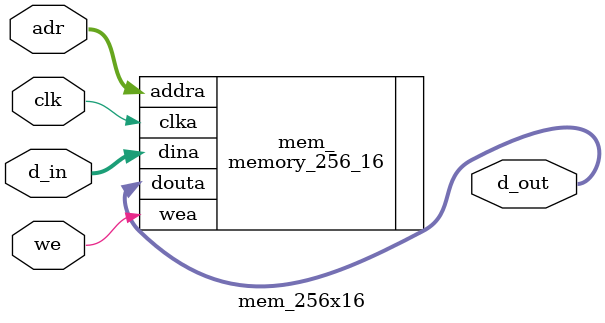
<source format=v>
`timescale 1ns / 1ps
/*==================================================================================
 File Name:    mem_256x16.v
 Designer:     Michael Marin
 Email:        michaelmarin81@gmail.com
 Rev. Date:    May 10,2017

 Purpose:      This is the memory module of the project. Its purpose to instantiate
               the memory generated by the coregen.
==================================================================================*/
module mem_256x16(clk, we, adr, d_in, d_out);
   input             clk, we ;
   input    [15:0]   adr, d_in ;
   output   [15:0]   d_out ;
   
   memory_256_16 mem_ (
                 .clka(clk), // input clka
                 .wea(we), // input [0 : 0] wea
                 .addra(adr), // input [7 : 0] addra
                 .dina(d_in), // input [15 : 0] dina
                 .douta(d_out) // output [15 : 0] douta
               );
endmodule

</source>
